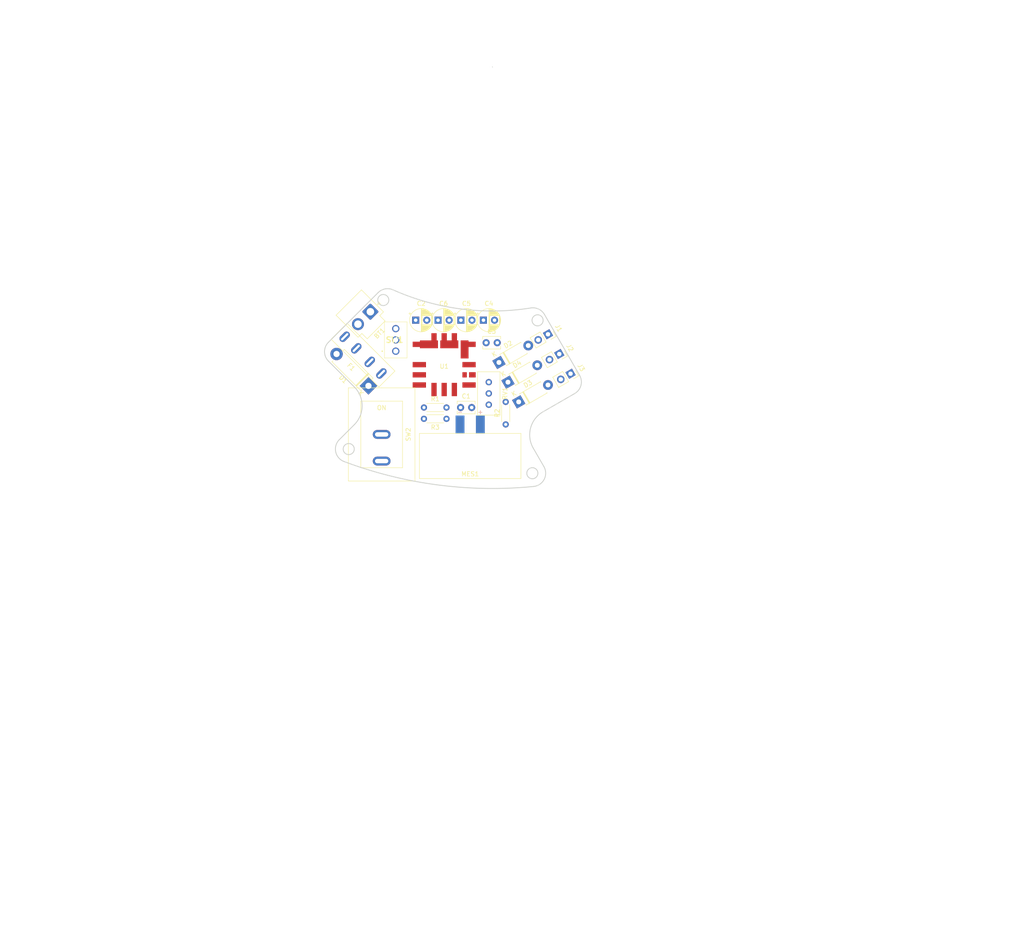
<source format=kicad_pcb>
(kicad_pcb (version 20211014) (generator pcbnew)
  (layers (0 "F.Cu" signal) (31 "B.Cu" signal) (34 "B.Paste" user) (35 "F.Paste" user) (36 "B.SilkS" user "B.Silkscreen") (37 "F.SilkS" user "F.Silkscreen") (38 "B.Mask" user) (39 "F.Mask" user) (44 "Edge.Cuts" user))
  (net 0 "")
  (net 1 "Net-(BT1-Pad1)")
  (net 2 "GND")
  (net 3 "+7.5V")
  (net 4 "+5V")
  (net 5 "Net-(D1-Pad1)")
  (net 6 "Net-(R1-Pad2)")
  (net 7 "Net-(R2-Pad1)")
  (net 8 "Net-(RV1-Pad3)")
  (net 10 "Net-(D2-Pad1)")
  (net 11 "Net-(D3-Pad1)")
  (net 12 "Net-(D4-Pad1)")
  (footprint "Potentiometer_THT:Potentiometer_Bourns_3296W_Vertical" (layer "F.Cu") (at 135.89 82.55 -90)
    (fp_text reference "RV1" (at -2.54 -3.66 90) (layer "F.SilkS"))
    (fp_text value "R_Potentiometer_Trim_US")
    (pad "1" thru_hole circle (at 0 0 270) (size 1.44 1.44) (drill 0.8) (layers *.Cu *.Mask) (net 7 "Net-(R2-Pad1)"))
    (pad "2" thru_hole circle (at -2.54 0 270) (size 1.44 1.44) (drill 0.8) (layers *.Cu *.Mask) (net 7 "Net-(R2-Pad1)"))
    (pad "3" thru_hole circle (at -5.08 0 270) (size 1.44 1.44) (drill 0.8) (layers *.Cu *.Mask) (net 8 "Net-(RV1-Pad3)"))
  )
  (footprint "Lib:fuse_socket" (layer "F.Cu") (at 109.361331 69.574228 -45)
    (fp_text reference "F1" (at 0 6.35 135) (layer "F.SilkS"))
    (fp_text value "Fuse")
    (pad "1" thru_hole oval locked (at -2.15 2.54 315) (size 1.5 2.7) (drill oval 0.5 2.1) (layers *.Cu *.Mask) (net 1 "Net-(BT1-Pad1)"))
    (pad "1" thru_hole oval locked (at -5.85 2.54 315) (size 1.5 2.7) (drill oval 0.5 2.1) (layers *.Cu *.Mask) (net 1 "Net-(BT1-Pad1)"))
    (pad "2" thru_hole oval locked (at 5.85 2.54 315) (size 1.5 2.7) (drill oval 0.5 2.1) (layers *.Cu *.Mask) (net 5 "Net-(D1-Pad1)"))
    (pad "2" thru_hole oval locked (at 2.15 2.54 315) (size 1.5 2.7) (drill oval 0.5 2.1) (layers *.Cu *.Mask) (net 5 "Net-(D1-Pad1)"))
  )
  (footprint "Capacitor_THT:CP_Radial_D5.0mm_P2.50mm" (layer "F.Cu") (at 119.42 63.5)
    (fp_text reference "C2" (at 1.25 -3.75) (layer "F.SilkS"))
    (fp_text value "C")
    (pad "1" thru_hole rect (at 0 0) (size 1.6 1.6) (drill 0.8) (layers *.Cu *.Mask) (net 3 "+7.5V"))
    (pad "2" thru_hole circle (at 2.5 0) (size 1.6 1.6) (drill 0.8) (layers *.Cu *.Mask) (net 2 "GND"))
  )
  (footprint "Capacitor_THT:C_Disc_D3.8mm_W2.6mm_P2.50mm" (layer "F.Cu") (at 135.295 68.58)
    (fp_text reference "C3" (at 1.25 -2.55) (layer "F.SilkS"))
    (fp_text value "C")
    (pad "1" thru_hole circle (at 0 0) (size 1.6 1.6) (drill 0.8) (layers *.Cu *.Mask) (net 4 "+5V"))
    (pad "2" thru_hole circle (at 2.5 0) (size 1.6 1.6) (drill 0.8) (layers *.Cu *.Mask) (net 2 "GND"))
  )
  (footprint "Resistor_THT:R_Axial_DIN0204_L3.6mm_D1.6mm_P5.08mm_Horizontal" (layer "F.Cu") (at 139.7 86.995 90)
    (fp_text reference "R2" (at 2.54 -1.92 90) (layer "F.SilkS"))
    (fp_text value "R")
    (pad "1" thru_hole circle (at 0 0 90) (size 1.4 1.4) (drill 0.7) (layers *.Cu *.Mask) (net 7 "Net-(R2-Pad1)"))
    (pad "2" thru_hole oval (at 5.08 0 90) (size 1.4 1.4) (drill 0.7) (layers *.Cu *.Mask) (net 2 "GND"))
  )
  (footprint "Capacitor_THT:CP_Radial_D5.0mm_P2.50mm" (layer "F.Cu") (at 129.604888 63.5)
    (fp_text reference "C5" (at 1.25 -3.75) (layer "F.SilkS"))
    (fp_text value "C")
    (pad "1" thru_hole rect (at 0 0) (size 1.6 1.6) (drill 0.8) (layers *.Cu *.Mask) (net 3 "+7.5V"))
    (pad "2" thru_hole circle (at 2.5 0) (size 1.6 1.6) (drill 0.8) (layers *.Cu *.Mask) (net 2 "GND"))
  )
  (footprint "Diode_THT:D_DO-41_SOD81_P7.62mm_Horizontal" (layer "F.Cu") (at 140.210443 77.47 30)
    (fp_text reference "D4" (at 3.81 -2.47 30) (layer "F.SilkS"))
    (fp_text value "D")
    (fp_text user "K" (at 0 -2.1 30) (layer "F.SilkS"))
    (pad "1" thru_hole rect (at 0 0 30) (size 2.2 2.2) (drill 1.1) (layers *.Cu *.Mask) (net 12 "Net-(D4-Pad1)"))
    (pad "2" thru_hole oval (at 7.62 0 30) (size 2.2 2.2) (drill 1.1) (layers *.Cu *.Mask) (net 3 "+7.5V"))
  )
  (footprint "Resistor_THT:R_Axial_DIN0204_L3.6mm_D1.6mm_P5.08mm_Horizontal" (layer "F.Cu") (at 121.285 83.185)
    (fp_text reference "R1" (at 2.54 -1.92) (layer "F.SilkS"))
    (fp_text value "R")
    (pad "1" thru_hole circle (at 0 0) (size 1.4 1.4) (drill 0.7) (layers *.Cu *.Mask) (net 3 "+7.5V"))
    (pad "2" thru_hole oval (at 5.08 0) (size 1.4 1.4) (drill 0.7) (layers *.Cu *.Mask) (net 6 "Net-(R1-Pad2)"))
  )
  (footprint "Lib:DS-850k" (layer "F.Cu") (at 111.76 89.25 90)
    (fp_text reference "SW2" (at 0 6 90) (layer "F.SilkS"))
    (fp_text value "SW_DIP_x01")
    (fp_text user "ON" (at 6 0) (layer "F.SilkS"))
    (pad "1" thru_hole oval locked (at 0 0 180) (size 4 2) (drill oval 3 1) (layers *.Cu *.Mask) (net 5 "Net-(D1-Pad1)"))
    (pad "2" thru_hole oval locked (at -6 0 180) (size 4 2) (drill oval 3 1) (layers *.Cu *.Mask) (net 3 "+7.5V"))
  )
  (footprint "Capacitor_THT:CP_Radial_D5.0mm_P2.50mm" (layer "F.Cu") (at 124.46 63.5)
    (fp_text reference "C6" (at 1.25 -3.75) (layer "F.SilkS"))
    (fp_text value "C")
    (pad "1" thru_hole rect (at 0 0) (size 1.6 1.6) (drill 0.8) (layers *.Cu *.Mask) (net 4 "+5V"))
    (pad "2" thru_hole circle (at 2.5 0) (size 1.6 1.6) (drill 0.8) (layers *.Cu *.Mask) (net 2 "GND"))
  )
  (footprint "Diode_THT:D_DO-41_SOD81_P7.62mm_Horizontal" (layer "F.Cu") (at 142.625886 81.915 30)
    (fp_text reference "D3" (at 3.81 -2.47 30) (layer "F.SilkS"))
    (fp_text value "D")
    (fp_text user "K" (at 0 -2.1 30) (layer "F.SilkS"))
    (pad "1" thru_hole rect (at 0 0 30) (size 2.2 2.2) (drill 1.1) (layers *.Cu *.Mask) (net 11 "Net-(D3-Pad1)"))
    (pad "2" thru_hole oval (at 7.62 0 30) (size 2.2 2.2) (drill 1.1) (layers *.Cu *.Mask) (net 4 "+5V"))
  )
  (footprint "Resistor_THT:R_Axial_DIN0204_L3.6mm_D1.6mm_P5.08mm_Horizontal" (layer "F.Cu") (at 126.365 85.725 180)
    (fp_text reference "R3" (at 2.54 -1.92) (layer "F.SilkS"))
    (fp_text value "R")
    (pad "1" thru_hole circle (at 0 0 180) (size 1.4 1.4) (drill 0.7) (layers *.Cu *.Mask) (net 4 "+5V"))
    (pad "2" thru_hole oval (at 5.08 0 180) (size 1.4 1.4) (drill 0.7) (layers *.Cu *.Mask) (net 2 "GND"))
  )
  (footprint "Connector_PinSocket_2.54mm:PinSocket_1x02_P2.54mm_Vertical" (layer "F.Cu") (at 149.225 66.675 -60)
    (fp_text reference "J1" (at 0 -2.77 120) (layer "F.SilkS"))
    (fp_text value "Conn_01x02_Female")
    (pad "1" thru_hole rect (at 0 0 300) (size 1.7 1.7) (drill 1) (layers *.Cu *.Mask) (net 10 "Net-(D2-Pad1)"))
    (pad "2" thru_hole oval (at 0 2.54 300) (size 1.7 1.7) (drill 1) (layers *.Cu *.Mask) (net 2 "GND"))
  )
  (footprint "Diode_THT:D_5W_P10.16mm_Horizontal" (layer "F.Cu") (at 108.784205 78.304205 135)
    (fp_text reference "D1" (at 5.08 -2.97 135) (layer "F.SilkS"))
    (fp_text value "D_Shockley")
    (fp_text user "K" (at 0 -2.4 135) (layer "F.SilkS"))
    (pad "1" thru_hole rect (at 0 0 135) (size 2.8 2.8) (drill 1.4) (layers *.Cu *.Mask) (net 5 "Net-(D1-Pad1)"))
    (pad "2" thru_hole oval (at 10.16 0 135) (size 2.8 2.8) (drill 1.4) (layers *.Cu *.Mask) (net 2 "GND"))
  )
  (footprint "Lib:2MS1T2B4M2QES" (layer "F.Cu") (at 114.935 70.485)
    (fp_text reference "SW1" (at -0.28 -2.54) (layer "F.SilkS") (effects (font (size 1.27 1.27) (thickness 0.254))))
    (fp_text value "SW_DIP_x01" hide)
    (pad "1" thru_hole circle locked (at 0 0) (size 1.635 1.635) (drill 1.09) (layers *.Cu *.Mask) (net 2 "GND"))
    (pad "2" thru_hole circle locked (at 0 -2.54) (size 1.635 1.635) (drill 1.09) (layers *.Cu *.Mask) (net 6 "Net-(R1-Pad2)"))
    (pad "3" thru_hole circle locked (at 0 -5.08) (size 1.635 1.635) (drill 1.09) (layers *.Cu *.Mask))
  )
  (footprint "Lib:DCDC-murata-6A" (layer "F.Cu") (at 119.745 79.625)
    (fp_text reference "U1" (at 6.096 -5.715 -180) (layer "F.SilkS"))
    (fp_text value "OKL-T_6-W12N-C")
    (pad "1" smd trapezoid locked (at 0.5 -6.1) (size 3 1.2) (layers "F.Cu" "F.Paste" "F.Mask") (net 6 "Net-(R1-Pad2)"))
    (pad "2" smd trapezoid locked (at 2.665 -10.68) (size 4.07 1.77) (layers "F.Cu" "F.Paste" "F.Mask") (net 3 "+7.5V"))
    (pad "2" smd trapezoid locked (at 0.5 -10.68) (size 3 1.2) (layers "F.Cu" "F.Paste" "F.Mask") (net 3 "+7.5V"))
    (pad "2" smd trapezoid locked (at 3.81 -11.7) (size 1.2 3) (layers "F.Cu" "F.Paste" "F.Mask") (net 3 "+7.5V"))
    (pad "3" smd trapezoid locked (at 8.39 -11.7) (size 1.2 3) (layers "F.Cu" "F.Paste" "F.Mask") (net 2 "GND"))
    (pad "3" smd trapezoid locked (at 7.245 -10.68) (size 4.07 1.77) (layers "F.Cu" "F.Paste" "F.Mask") (net 2 "GND"))
    (pad "3" smd trapezoid locked (at 6.1 -11.7) (size 1.2 3) (layers "F.Cu" "F.Paste" "F.Mask") (net 2 "GND"))
    (pad "4" smd trapezoid locked (at 10.7 -9.535) (size 1.77 4.07) (layers "F.Cu" "F.Paste" "F.Mask") (net 4 "+5V"))
    (pad "4" smd trapezoid locked (at 11.7 -10.68) (size 3 1.2) (layers "F.Cu" "F.Paste" "F.Mask") (net 4 "+5V"))
    (pad "5" smd trapezoid locked (at 11.7 -6.1) (size 3 1.2) (layers "F.Cu" "F.Paste" "F.Mask") (net 4 "+5V"))
    (pad "6" smd trapezoid locked (at 11.7 -1.52) (size 3 1.2) (layers "F.Cu" "F.Paste" "F.Mask") (net 8 "Net-(RV1-Pad3)"))
    (pad "7" smd trapezoid locked (at 6.1 -0.5) (size 1.2 3) (layers "F.Cu" "F.Paste" "F.Mask") (net 2 "GND"))
    (pad "8" smd trapezoid locked (at 3.81 -0.5) (size 1.2 3) (layers "F.Cu" "F.Paste" "F.Mask"))
    (pad "9" smd trapezoid locked (at 0.5 -1.52) (size 3 1.2) (layers "F.Cu" "F.Paste" "F.Mask"))
    (pad "10" smd trapezoid locked (at 0.5 -3.81) (size 3 1.2) (layers "F.Cu" "F.Paste" "F.Mask"))
    (pad "11" smd trapezoid locked (at 12.45 -3.81) (size 1.5 1.2) (layers "F.Cu" "F.Paste" "F.Mask"))
    (pad "12" smd trapezoid locked (at 8.39 -0.5) (size 1.2 3) (layers "F.Cu" "F.Paste" "F.Mask"))
    (pad "13" smd trapezoid locked (at 10.7 -3.81) (size 1 1.2) (layers "F.Cu" "F.Paste" "F.Mask"))
  )
  (footprint "Lib:voltage_counter" (layer "F.Cu") (at 131.699 99.187 180)
    (fp_text reference "MES1" (at 0 1.016) (layer "F.SilkS"))
    (fp_text value "Voltmeter_DC")
    (fp_text user "+" (at -2.286 14.986) (layer "B.SilkS") (effects (justify mirror)))
    (fp_text user "-" (at 2.286 14.986) (layer "B.SilkS") (effects (justify mirror)))
    (pad "1" smd rect locked (at 2.286 12.192 180) (size 2 4) (layers "B.Cu" "B.Paste" "B.Mask") (net 2 "GND"))
    (pad "2" smd rect locked (at -2.286 12.192 180) (size 2 4) (layers "B.Cu" "B.Paste" "B.Mask") (net 5 "Net-(D1-Pad1)"))
  )
  (footprint "Connector_PinSocket_2.54mm:PinSocket_1x02_P2.54mm_Vertical" (layer "F.Cu") (at 154.305 75.565 -60)
    (fp_text reference "J3" (at 0 -2.77 120) (layer "F.SilkS"))
    (fp_text value "Conn_01x02_Female")
    (pad "1" thru_hole rect (at 0 0 300) (size 1.7 1.7) (drill 1) (layers *.Cu *.Mask) (net 11 "Net-(D3-Pad1)"))
    (pad "2" thru_hole oval (at 0 2.54 300) (size 1.7 1.7) (drill 1) (layers *.Cu *.Mask) (net 2 "GND"))
  )
  (footprint "Diode_THT:D_DO-41_SOD81_P7.62mm_Horizontal" (layer "F.Cu") (at 138.180886 73.025 30)
    (fp_text reference "D2" (at 3.81 -2.47 30) (layer "F.SilkS"))
    (fp_text value "D")
    (fp_text user "K" (at 0 -2.1 30) (layer "F.SilkS"))
    (pad "1" thru_hole rect (at 0 0 30) (size 2.2 2.2) (drill 1.1) (layers *.Cu *.Mask) (net 10 "Net-(D2-Pad1)"))
    (pad "2" thru_hole oval (at 7.62 0 30) (size 2.2 2.2) (drill 1.1) (layers *.Cu *.Mask) (net 3 "+7.5V"))
  )
  (footprint "Connector_PinSocket_2.54mm:PinSocket_1x02_P2.54mm_Vertical" (layer "F.Cu") (at 151.765 71.12 -60)
    (fp_text reference "J2" (at 0 -2.77 120) (layer "F.SilkS"))
    (fp_text value "Conn_01x02_Female")
    (pad "1" thru_hole rect (at 0 0 300) (size 1.7 1.7) (drill 1) (layers *.Cu *.Mask) (net 12 "Net-(D4-Pad1)"))
    (pad "2" thru_hole oval (at 0 2.54 300) (size 1.7 1.7) (drill 1) (layers *.Cu *.Mask) (net 2 "GND"))
  )
  (footprint "Capacitor_THT:CP_Radial_D5.0mm_P2.50mm" (layer "F.Cu") (at 134.684888 63.5)
    (fp_text reference "C4" (at 1.25 -3.75) (layer "F.SilkS"))
    (fp_text value "C")
    (pad "1" thru_hole rect (at 0 0) (size 1.6 1.6) (drill 0.8) (layers *.Cu *.Mask) (net 3 "+7.5V"))
    (pad "2" thru_hole circle (at 2.5 0) (size 1.6 1.6) (drill 0.8) (layers *.Cu *.Mask) (net 2 "GND"))
  )
  (footprint "Connector_JST:JST_VH_B2P-VH-B_1x02_P3.96mm_Vertical" (layer "F.Cu") (at 109.22 61.595 -135)
    (fp_text reference "BT1" (at 1.98 -4.9 45) (layer "F.SilkS"))
    (fp_text value "Battery")
    (pad "1" thru_hole roundrect (at 0 0 225) (size 2.7 2.7) (drill 1.7) (layers *.Cu *.Mask) (roundrect_rratio 0.092593) (net 1 "Net-(BT1-Pad1)"))
    (pad "2" thru_hole circle (at 3.96 0 225) (size 2.7 2.7) (drill 1.7) (layers *.Cu *.Mask) (net 2 "GND"))
  )
  (footprint "Capacitor_THT:C_Disc_D3.8mm_W2.6mm_P2.50mm" (layer "F.Cu") (at 129.54 83.185)
    (fp_text reference "C1" (at 1.25 -2.55) (layer "F.SilkS"))
    (fp_text value "C")
    (pad "1" thru_hole circle (at 0 0) (size 1.6 1.6) (drill 0.8) (layers *.Cu *.Mask) (net 3 "+7.5V"))
    (pad "2" thru_hole circle (at 2.5 0) (size 1.6 1.6) (drill 0.8) (layers *.Cu *.Mask) (net 2 "GND"))
  )
  (gr_arc (start 145.358285 60.747765) (mid 147.12018 61.002337) (end 148.427598 62.210523) (layer "Edge.Cuts") (width 0.2))
  (gr_arc (start 145.995643 100.976515) (mid 124.318952 100.617794) (end 103.288032 95.353952) (layer "Edge.Cuts") (width 0.2))
  (gr_line (start 105.606242 87.040706) (end 102.222424 90.424523) (layer "Edge.Cuts") (width 0.2))
  (gr_line (start 148.300771 96.490853) (end 145.908051 92.34654) (layer "Edge.Cuts") (width 0.2))
  (gr_circle (center 145.702695 97.990853) (end 145.702695 99.240853) (layer "Edge.Cuts") (width 0.2) (fill none))
  (gr_arc (start 148.300771 96.490853) (mid 148.37099 99.362057) (end 145.995643 100.976515) (layer "Edge.Cuts") (width 0.2))
  (gr_arc (start 145.908051 92.34654) (mid 145.30865 87.793627) (end 148.104203 84.150387) (layer "Edge.Cuts") (width 0.2))
  (gr_circle (center 112.123065 58.957126) (end 112.123065 60.207126) (layer "Edge.Cuts") (width 0.2) (fill none))
  (gr_line (start 99.772611 72.721794) (end 105.606242 78.555425) (layer "Edge.Cuts") (width 0.2))
  (gr_arc (start 110.972321 57.279443) (mid 112.547897 56.450813) (end 114.31564 56.660924) (layer "Edge.Cuts") (width 0.2))
  (gr_arc (start 156.346989 75.927311) (mid 156.646708 78.203777) (end 155.248913 80.025387) (layer "Edge.Cuts") (width 0.2))
  (gr_arc (start 103.288032 95.353952) (mid 101.411464 93.179717) (end 102.222424 90.424523) (layer "Edge.Cuts") (width 0.2))
  (gr_arc (start 99.772611 72.721794) (mid 98.893931 70.600473) (end 99.772611 68.479153) (layer "Edge.Cuts") (width 0.2))
  (gr_line (start 148.104203 84.150387) (end 155.248913 80.025387) (layer "Edge.Cuts") (width 0.2))
  (gr_line (start 156.346989 75.927311) (end 148.427598 62.210523) (layer "Edge.Cuts") (width 0.2))
  (gr_arc (start 105.606242 78.555425) (mid 107.363601 82.798066) (end 105.606242 87.040706) (layer "Edge.Cuts") (width 0.2))
  (gr_circle (center 146.881848 63.533206) (end 146.881848 64.783206) (layer "Edge.Cuts") (width 0.2) (fill none))
  (gr_circle (center 104.343745 92.545844) (end 104.343745 93.795844) (layer "Edge.Cuts") (width 0.2) (fill none))
  (gr_arc (start 145.358285 60.747765) (mid 129.54 60.96) (end 114.31564 56.660924) (layer "Edge.Cuts") (width 0.2))
  (gr_circle (center 136.71894 6.430533) (end 136.71894 6.530533) (layer "Edge.Cuts") (width 0.0001) (fill solid))
  (gr_line (start 110.972321 57.279443) (end 99.772611 68.479153) (layer "Edge.Cuts") (width 0.2))
)
</source>
